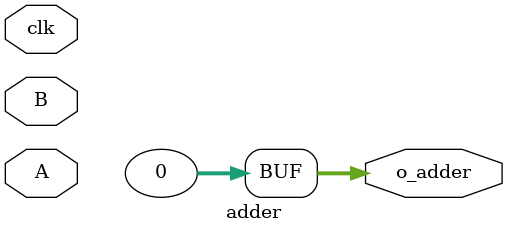
<source format=v>
module adder (
    input             clk,
    input      [31:0] A,
    input      [31:0] B,
    output reg [31:0] o_adder
);

  assign o_adder = 0;
  // assign o_adder = A + B;

endmodule

</source>
